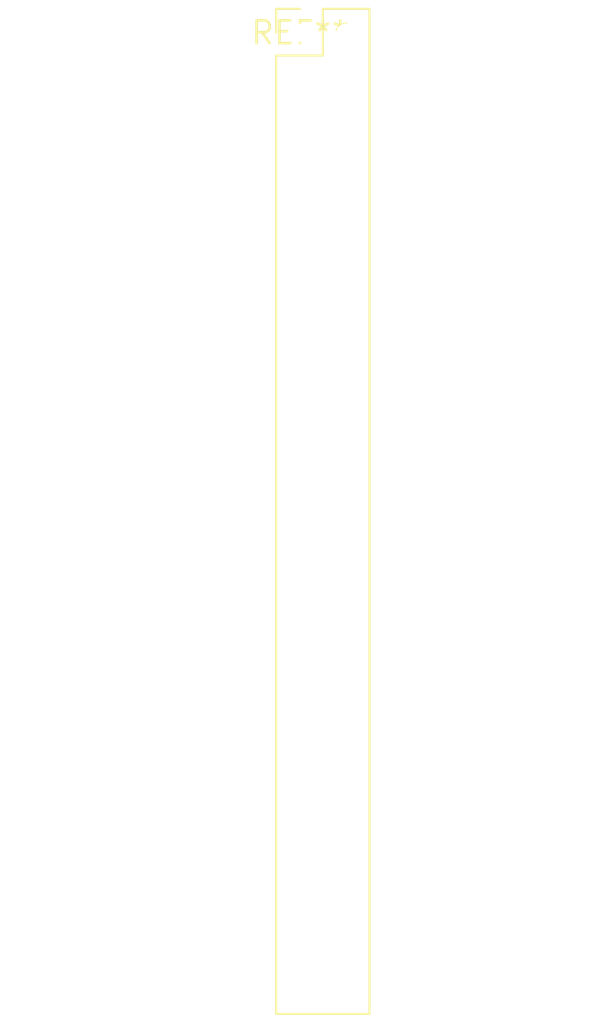
<source format=kicad_pcb>
(kicad_pcb (version 20240108) (generator pcbnew)
  (layers (0 "F.Cu" signal) (31 "B.Cu" signal) (34 "B.Paste" user) (35 "F.Paste" user) (36 "B.SilkS" user "B.Silkscreen") (37 "F.SilkS" user "F.Silkscreen") (38 "B.Mask" user) (39 "F.Mask" user) (44 "Edge.Cuts" user))
  (net 0 "")
  (footprint "PinHeader_2x22_P2.54mm_Vertical" (layer "F.Cu") (at 0 0)
    (property "Reference" "REF**")
    (property "Value" "PinHeader_2x22_P2.54mm_Vertical")
    (fp_line (start -1.33 -1.33) (end 0 -1.33) (layer "F.SilkS") (stroke (width 0.12)))
    (fp_line (start -1.33 0) (end -1.33 -1.33) (layer "F.SilkS") (stroke (width 0.12)))
    (fp_line (start -1.33 1.27) (end -1.33 54.67) (layer "F.SilkS") (stroke (width 0.12)))
    (fp_line (start -1.33 1.27) (end 1.27 1.27) (layer "F.SilkS") (stroke (width 0.12)))
    (fp_line (start -1.33 54.67) (end 3.87 54.67) (layer "F.SilkS") (stroke (width 0.12)))
    (fp_line (start 1.27 -1.33) (end 3.87 -1.33) (layer "F.SilkS") (stroke (width 0.12)))
    (fp_line (start 1.27 1.27) (end 1.27 -1.33) (layer "F.SilkS") (stroke (width 0.12)))
    (fp_line (start 3.87 -1.33) (end 3.87 54.67) (layer "F.SilkS") (stroke (width 0.12)))
    (pad "1" thru_hole rect (at 0 0) (size 1.7 1.7) (drill 1) (layers *.Cu *.Mask) (remove_unused_layers))
    (pad "2" thru_hole oval (at 2.54 0) (size 1.7 1.7) (drill 1) (layers *.Cu *.Mask) (remove_unused_layers))
    (pad "3" thru_hole oval (at 0 2.54) (size 1.7 1.7) (drill 1) (layers *.Cu *.Mask) (remove_unused_layers))
    (pad "4" thru_hole oval (at 2.54 2.54) (size 1.7 1.7) (drill 1) (layers *.Cu *.Mask) (remove_unused_layers))
    (pad "5" thru_hole oval (at 0 5.08) (size 1.7 1.7) (drill 1) (layers *.Cu *.Mask) (remove_unused_layers))
    (pad "6" thru_hole oval (at 2.54 5.08) (size 1.7 1.7) (drill 1) (layers *.Cu *.Mask) (remove_unused_layers))
    (pad "7" thru_hole oval (at 0 7.62) (size 1.7 1.7) (drill 1) (layers *.Cu *.Mask) (remove_unused_layers))
    (pad "8" thru_hole oval (at 2.54 7.62) (size 1.7 1.7) (drill 1) (layers *.Cu *.Mask) (remove_unused_layers))
    (pad "9" thru_hole oval (at 0 10.16) (size 1.7 1.7) (drill 1) (layers *.Cu *.Mask) (remove_unused_layers))
    (pad "10" thru_hole oval (at 2.54 10.16) (size 1.7 1.7) (drill 1) (layers *.Cu *.Mask) (remove_unused_layers))
    (pad "11" thru_hole oval (at 0 12.7) (size 1.7 1.7) (drill 1) (layers *.Cu *.Mask) (remove_unused_layers))
    (pad "12" thru_hole oval (at 2.54 12.7) (size 1.7 1.7) (drill 1) (layers *.Cu *.Mask) (remove_unused_layers))
    (pad "13" thru_hole oval (at 0 15.24) (size 1.7 1.7) (drill 1) (layers *.Cu *.Mask) (remove_unused_layers))
    (pad "14" thru_hole oval (at 2.54 15.24) (size 1.7 1.7) (drill 1) (layers *.Cu *.Mask) (remove_unused_layers))
    (pad "15" thru_hole oval (at 0 17.78) (size 1.7 1.7) (drill 1) (layers *.Cu *.Mask) (remove_unused_layers))
    (pad "16" thru_hole oval (at 2.54 17.78) (size 1.7 1.7) (drill 1) (layers *.Cu *.Mask) (remove_unused_layers))
    (pad "17" thru_hole oval (at 0 20.32) (size 1.7 1.7) (drill 1) (layers *.Cu *.Mask) (remove_unused_layers))
    (pad "18" thru_hole oval (at 2.54 20.32) (size 1.7 1.7) (drill 1) (layers *.Cu *.Mask) (remove_unused_layers))
    (pad "19" thru_hole oval (at 0 22.86) (size 1.7 1.7) (drill 1) (layers *.Cu *.Mask) (remove_unused_layers))
    (pad "20" thru_hole oval (at 2.54 22.86) (size 1.7 1.7) (drill 1) (layers *.Cu *.Mask) (remove_unused_layers))
    (pad "21" thru_hole oval (at 0 25.4) (size 1.7 1.7) (drill 1) (layers *.Cu *.Mask) (remove_unused_layers))
    (pad "22" thru_hole oval (at 2.54 25.4) (size 1.7 1.7) (drill 1) (layers *.Cu *.Mask) (remove_unused_layers))
    (pad "23" thru_hole oval (at 0 27.94) (size 1.7 1.7) (drill 1) (layers *.Cu *.Mask) (remove_unused_layers))
    (pad "24" thru_hole oval (at 2.54 27.94) (size 1.7 1.7) (drill 1) (layers *.Cu *.Mask) (remove_unused_layers))
    (pad "25" thru_hole oval (at 0 30.48) (size 1.7 1.7) (drill 1) (layers *.Cu *.Mask) (remove_unused_layers))
    (pad "26" thru_hole oval (at 2.54 30.48) (size 1.7 1.7) (drill 1) (layers *.Cu *.Mask) (remove_unused_layers))
    (pad "27" thru_hole oval (at 0 33.02) (size 1.7 1.7) (drill 1) (layers *.Cu *.Mask) (remove_unused_layers))
    (pad "28" thru_hole oval (at 2.54 33.02) (size 1.7 1.7) (drill 1) (layers *.Cu *.Mask) (remove_unused_layers))
    (pad "29" thru_hole oval (at 0 35.56) (size 1.7 1.7) (drill 1) (layers *.Cu *.Mask) (remove_unused_layers))
    (pad "30" thru_hole oval (at 2.54 35.56) (size 1.7 1.7) (drill 1) (layers *.Cu *.Mask) (remove_unused_layers))
    (pad "31" thru_hole oval (at 0 38.1) (size 1.7 1.7) (drill 1) (layers *.Cu *.Mask) (remove_unused_layers))
    (pad "32" thru_hole oval (at 2.54 38.1) (size 1.7 1.7) (drill 1) (layers *.Cu *.Mask) (remove_unused_layers))
    (pad "33" thru_hole oval (at 0 40.64) (size 1.7 1.7) (drill 1) (layers *.Cu *.Mask) (remove_unused_layers))
    (pad "34" thru_hole oval (at 2.54 40.64) (size 1.7 1.7) (drill 1) (layers *.Cu *.Mask) (remove_unused_layers))
    (pad "35" thru_hole oval (at 0 43.18) (size 1.7 1.7) (drill 1) (layers *.Cu *.Mask) (remove_unused_layers))
    (pad "36" thru_hole oval (at 2.54 43.18) (size 1.7 1.7) (drill 1) (layers *.Cu *.Mask) (remove_unused_layers))
    (pad "37" thru_hole oval (at 0 45.72) (size 1.7 1.7) (drill 1) (layers *.Cu *.Mask) (remove_unused_layers))
    (pad "38" thru_hole oval (at 2.54 45.72) (size 1.7 1.7) (drill 1) (layers *.Cu *.Mask) (remove_unused_layers))
    (pad "39" thru_hole oval (at 0 48.26) (size 1.7 1.7) (drill 1) (layers *.Cu *.Mask) (remove_unused_layers))
    (pad "40" thru_hole oval (at 2.54 48.26) (size 1.7 1.7) (drill 1) (layers *.Cu *.Mask) (remove_unused_layers))
    (pad "41" thru_hole oval (at 0 50.8) (size 1.7 1.7) (drill 1) (layers *.Cu *.Mask) (remove_unused_layers))
    (pad "42" thru_hole oval (at 2.54 50.8) (size 1.7 1.7) (drill 1) (layers *.Cu *.Mask) (remove_unused_layers))
    (pad "43" thru_hole oval (at 0 53.34) (size 1.7 1.7) (drill 1) (layers *.Cu *.Mask) (remove_unused_layers))
    (pad "44" thru_hole oval (at 2.54 53.34) (size 1.7 1.7) (drill 1) (layers *.Cu *.Mask) (remove_unused_layers))
  )
)
</source>
